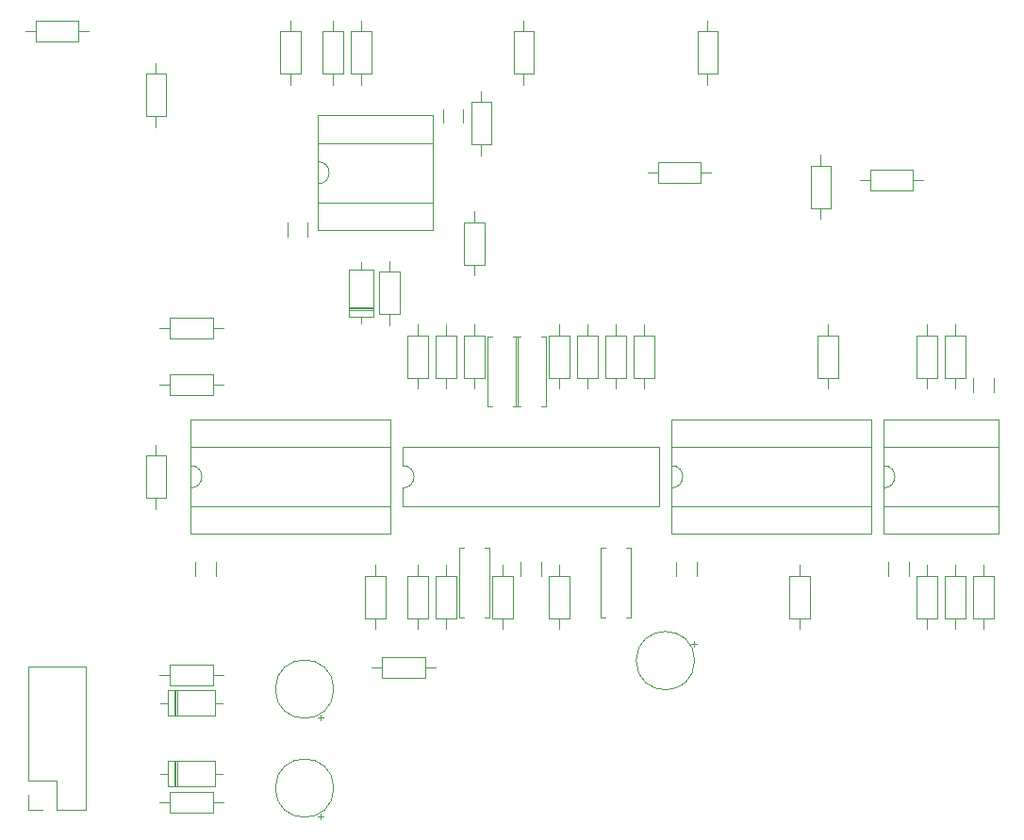
<source format=gbo>
G04 #@! TF.GenerationSoftware,KiCad,Pcbnew,5.1.12-1.fc34*
G04 #@! TF.CreationDate,2022-01-17T20:57:28+01:00*
G04 #@! TF.ProjectId,vcf,7663662e-6b69-4636-9164-5f7063625858,rev?*
G04 #@! TF.SameCoordinates,Original*
G04 #@! TF.FileFunction,Legend,Bot*
G04 #@! TF.FilePolarity,Positive*
%FSLAX46Y46*%
G04 Gerber Fmt 4.6, Leading zero omitted, Abs format (unit mm)*
G04 Created by KiCad (PCBNEW 5.1.12-1.fc34) date 2022-01-17 20:57:28*
%MOMM*%
%LPD*%
G01*
G04 APERTURE LIST*
%ADD10C,0.120000*%
%ADD11O,1.400000X1.400000*%
%ADD12C,1.400000*%
%ADD13O,1.700000X1.700000*%
%ADD14R,1.700000X1.700000*%
%ADD15O,1.600000X1.600000*%
%ADD16R,1.600000X1.600000*%
%ADD17C,4.000000*%
%ADD18C,1.800000*%
%ADD19C,1.440000*%
%ADD20C,2.130000*%
%ADD21R,1.930000X1.830000*%
%ADD22C,1.600000*%
G04 APERTURE END LIST*
D10*
X76550000Y-87615000D02*
X78390000Y-87615000D01*
X78390000Y-87615000D02*
X78390000Y-91455000D01*
X78390000Y-91455000D02*
X76550000Y-91455000D01*
X76550000Y-91455000D02*
X76550000Y-87615000D01*
X77470000Y-86665000D02*
X77470000Y-87615000D01*
X77470000Y-92405000D02*
X77470000Y-91455000D01*
X45025000Y-123130000D02*
X50225000Y-123130000D01*
X45025000Y-133350000D02*
X45025000Y-123130000D01*
X50225000Y-135950000D02*
X50225000Y-123130000D01*
X45025000Y-133350000D02*
X47625000Y-133350000D01*
X47625000Y-133350000D02*
X47625000Y-135950000D01*
X47625000Y-135950000D02*
X50225000Y-135950000D01*
X45025000Y-134620000D02*
X45025000Y-135950000D01*
X45025000Y-135950000D02*
X46355000Y-135950000D01*
X102810000Y-105045000D02*
X102810000Y-103395000D01*
X102810000Y-103395000D02*
X120710000Y-103395000D01*
X120710000Y-103395000D02*
X120710000Y-108695000D01*
X120710000Y-108695000D02*
X102810000Y-108695000D01*
X102810000Y-108695000D02*
X102810000Y-107045000D01*
X102750000Y-100905000D02*
X120770000Y-100905000D01*
X120770000Y-100905000D02*
X120770000Y-111185000D01*
X120770000Y-111185000D02*
X102750000Y-111185000D01*
X102750000Y-111185000D02*
X102750000Y-100905000D01*
X102810000Y-107045000D02*
G75*
G03*
X102810000Y-105045000I0J1000000D01*
G01*
X59630000Y-105045000D02*
X59630000Y-103395000D01*
X59630000Y-103395000D02*
X77530000Y-103395000D01*
X77530000Y-103395000D02*
X77530000Y-108695000D01*
X77530000Y-108695000D02*
X59630000Y-108695000D01*
X59630000Y-108695000D02*
X59630000Y-107045000D01*
X59570000Y-100905000D02*
X77590000Y-100905000D01*
X77590000Y-100905000D02*
X77590000Y-111185000D01*
X77590000Y-111185000D02*
X59570000Y-111185000D01*
X59570000Y-111185000D02*
X59570000Y-100905000D01*
X59630000Y-107045000D02*
G75*
G03*
X59630000Y-105045000I0J1000000D01*
G01*
X78680000Y-105045000D02*
X78680000Y-103395000D01*
X78680000Y-103395000D02*
X101660000Y-103395000D01*
X101660000Y-103395000D02*
X101660000Y-108695000D01*
X101660000Y-108695000D02*
X78680000Y-108695000D01*
X78680000Y-108695000D02*
X78680000Y-107045000D01*
X78680000Y-107045000D02*
G75*
G03*
X78680000Y-105045000I0J1000000D01*
G01*
X121860000Y-105045000D02*
X121860000Y-103395000D01*
X121860000Y-103395000D02*
X132140000Y-103395000D01*
X132140000Y-103395000D02*
X132140000Y-108695000D01*
X132140000Y-108695000D02*
X121860000Y-108695000D01*
X121860000Y-108695000D02*
X121860000Y-107045000D01*
X121800000Y-100905000D02*
X132200000Y-100905000D01*
X132200000Y-100905000D02*
X132200000Y-111185000D01*
X132200000Y-111185000D02*
X121800000Y-111185000D01*
X121800000Y-111185000D02*
X121800000Y-100905000D01*
X121860000Y-107045000D02*
G75*
G03*
X121860000Y-105045000I0J1000000D01*
G01*
X71060000Y-77740000D02*
X71060000Y-76090000D01*
X71060000Y-76090000D02*
X81340000Y-76090000D01*
X81340000Y-76090000D02*
X81340000Y-81390000D01*
X81340000Y-81390000D02*
X71060000Y-81390000D01*
X71060000Y-81390000D02*
X71060000Y-79740000D01*
X71000000Y-73600000D02*
X81400000Y-73600000D01*
X81400000Y-73600000D02*
X81400000Y-83880000D01*
X81400000Y-83880000D02*
X71000000Y-83880000D01*
X71000000Y-83880000D02*
X71000000Y-73600000D01*
X71060000Y-79740000D02*
G75*
G03*
X71060000Y-77740000I0J1000000D01*
G01*
X115220000Y-118760000D02*
X113380000Y-118760000D01*
X113380000Y-118760000D02*
X113380000Y-114920000D01*
X113380000Y-114920000D02*
X115220000Y-114920000D01*
X115220000Y-114920000D02*
X115220000Y-118760000D01*
X114300000Y-119710000D02*
X114300000Y-118760000D01*
X114300000Y-113970000D02*
X114300000Y-114920000D01*
X124810000Y-114920000D02*
X126650000Y-114920000D01*
X126650000Y-114920000D02*
X126650000Y-118760000D01*
X126650000Y-118760000D02*
X124810000Y-118760000D01*
X124810000Y-118760000D02*
X124810000Y-114920000D01*
X125730000Y-113970000D02*
X125730000Y-114920000D01*
X125730000Y-119710000D02*
X125730000Y-118760000D01*
X127350000Y-114920000D02*
X129190000Y-114920000D01*
X129190000Y-114920000D02*
X129190000Y-118760000D01*
X129190000Y-118760000D02*
X127350000Y-118760000D01*
X127350000Y-118760000D02*
X127350000Y-114920000D01*
X128270000Y-113970000D02*
X128270000Y-114920000D01*
X128270000Y-119710000D02*
X128270000Y-118760000D01*
X124475000Y-78455000D02*
X124475000Y-80295000D01*
X124475000Y-80295000D02*
X120635000Y-80295000D01*
X120635000Y-80295000D02*
X120635000Y-78455000D01*
X120635000Y-78455000D02*
X124475000Y-78455000D01*
X125425000Y-79375000D02*
X124475000Y-79375000D01*
X119685000Y-79375000D02*
X120635000Y-79375000D01*
X86645000Y-76215000D02*
X84805000Y-76215000D01*
X84805000Y-76215000D02*
X84805000Y-72375000D01*
X84805000Y-72375000D02*
X86645000Y-72375000D01*
X86645000Y-72375000D02*
X86645000Y-76215000D01*
X85725000Y-77165000D02*
X85725000Y-76215000D01*
X85725000Y-71425000D02*
X85725000Y-72375000D01*
X131730000Y-118760000D02*
X129890000Y-118760000D01*
X129890000Y-118760000D02*
X129890000Y-114920000D01*
X129890000Y-114920000D02*
X131730000Y-114920000D01*
X131730000Y-114920000D02*
X131730000Y-118760000D01*
X130810000Y-119710000D02*
X130810000Y-118760000D01*
X130810000Y-113970000D02*
X130810000Y-114920000D01*
X117760000Y-97170000D02*
X115920000Y-97170000D01*
X115920000Y-97170000D02*
X115920000Y-93330000D01*
X115920000Y-93330000D02*
X117760000Y-93330000D01*
X117760000Y-93330000D02*
X117760000Y-97170000D01*
X116840000Y-98120000D02*
X116840000Y-97170000D01*
X116840000Y-92380000D02*
X116840000Y-93330000D01*
X98710000Y-97170000D02*
X96870000Y-97170000D01*
X96870000Y-97170000D02*
X96870000Y-93330000D01*
X96870000Y-93330000D02*
X98710000Y-93330000D01*
X98710000Y-93330000D02*
X98710000Y-97170000D01*
X97790000Y-98120000D02*
X97790000Y-97170000D01*
X97790000Y-92380000D02*
X97790000Y-93330000D01*
X57770000Y-124745000D02*
X57770000Y-122905000D01*
X57770000Y-122905000D02*
X61610000Y-122905000D01*
X61610000Y-122905000D02*
X61610000Y-124745000D01*
X61610000Y-124745000D02*
X57770000Y-124745000D01*
X56820000Y-123825000D02*
X57770000Y-123825000D01*
X62560000Y-123825000D02*
X61610000Y-123825000D01*
X57770000Y-136175000D02*
X57770000Y-134335000D01*
X57770000Y-134335000D02*
X61610000Y-134335000D01*
X61610000Y-134335000D02*
X61610000Y-136175000D01*
X61610000Y-136175000D02*
X57770000Y-136175000D01*
X56820000Y-135255000D02*
X57770000Y-135255000D01*
X62560000Y-135255000D02*
X61610000Y-135255000D01*
X79090000Y-114920000D02*
X80930000Y-114920000D01*
X80930000Y-114920000D02*
X80930000Y-118760000D01*
X80930000Y-118760000D02*
X79090000Y-118760000D01*
X79090000Y-118760000D02*
X79090000Y-114920000D01*
X80010000Y-113970000D02*
X80010000Y-114920000D01*
X80010000Y-119710000D02*
X80010000Y-118760000D01*
X93630000Y-118760000D02*
X91790000Y-118760000D01*
X91790000Y-118760000D02*
X91790000Y-114920000D01*
X91790000Y-114920000D02*
X93630000Y-114920000D01*
X93630000Y-114920000D02*
X93630000Y-118760000D01*
X92710000Y-119710000D02*
X92710000Y-118760000D01*
X92710000Y-113970000D02*
X92710000Y-114920000D01*
X76820000Y-124110000D02*
X76820000Y-122270000D01*
X76820000Y-122270000D02*
X80660000Y-122270000D01*
X80660000Y-122270000D02*
X80660000Y-124110000D01*
X80660000Y-124110000D02*
X76820000Y-124110000D01*
X75870000Y-123190000D02*
X76820000Y-123190000D01*
X81610000Y-123190000D02*
X80660000Y-123190000D01*
X75280000Y-114920000D02*
X77120000Y-114920000D01*
X77120000Y-114920000D02*
X77120000Y-118760000D01*
X77120000Y-118760000D02*
X75280000Y-118760000D01*
X75280000Y-118760000D02*
X75280000Y-114920000D01*
X76200000Y-113970000D02*
X76200000Y-114920000D01*
X76200000Y-119710000D02*
X76200000Y-118760000D01*
X88550000Y-118760000D02*
X86710000Y-118760000D01*
X86710000Y-118760000D02*
X86710000Y-114920000D01*
X86710000Y-114920000D02*
X88550000Y-114920000D01*
X88550000Y-114920000D02*
X88550000Y-118760000D01*
X87630000Y-119710000D02*
X87630000Y-118760000D01*
X87630000Y-113970000D02*
X87630000Y-114920000D01*
X101585000Y-79660000D02*
X101585000Y-77820000D01*
X101585000Y-77820000D02*
X105425000Y-77820000D01*
X105425000Y-77820000D02*
X105425000Y-79660000D01*
X105425000Y-79660000D02*
X101585000Y-79660000D01*
X100635000Y-78740000D02*
X101585000Y-78740000D01*
X106375000Y-78740000D02*
X105425000Y-78740000D01*
X81630000Y-114920000D02*
X83470000Y-114920000D01*
X83470000Y-114920000D02*
X83470000Y-118760000D01*
X83470000Y-118760000D02*
X81630000Y-118760000D01*
X81630000Y-118760000D02*
X81630000Y-114920000D01*
X82550000Y-113970000D02*
X82550000Y-114920000D01*
X82550000Y-119710000D02*
X82550000Y-118760000D01*
X93630000Y-97170000D02*
X91790000Y-97170000D01*
X91790000Y-97170000D02*
X91790000Y-93330000D01*
X91790000Y-93330000D02*
X93630000Y-93330000D01*
X93630000Y-93330000D02*
X93630000Y-97170000D01*
X92710000Y-98120000D02*
X92710000Y-97170000D01*
X92710000Y-92380000D02*
X92710000Y-93330000D01*
X86010000Y-97170000D02*
X84170000Y-97170000D01*
X84170000Y-97170000D02*
X84170000Y-93330000D01*
X84170000Y-93330000D02*
X86010000Y-93330000D01*
X86010000Y-93330000D02*
X86010000Y-97170000D01*
X85090000Y-98120000D02*
X85090000Y-97170000D01*
X85090000Y-92380000D02*
X85090000Y-93330000D01*
X86010000Y-87010000D02*
X84170000Y-87010000D01*
X84170000Y-87010000D02*
X84170000Y-83170000D01*
X84170000Y-83170000D02*
X86010000Y-83170000D01*
X86010000Y-83170000D02*
X86010000Y-87010000D01*
X85090000Y-87960000D02*
X85090000Y-87010000D01*
X85090000Y-82220000D02*
X85090000Y-83170000D01*
X81630000Y-93330000D02*
X83470000Y-93330000D01*
X83470000Y-93330000D02*
X83470000Y-97170000D01*
X83470000Y-97170000D02*
X81630000Y-97170000D01*
X81630000Y-97170000D02*
X81630000Y-93330000D01*
X82550000Y-92380000D02*
X82550000Y-93330000D01*
X82550000Y-98120000D02*
X82550000Y-97170000D01*
X94330000Y-93330000D02*
X96170000Y-93330000D01*
X96170000Y-93330000D02*
X96170000Y-97170000D01*
X96170000Y-97170000D02*
X94330000Y-97170000D01*
X94330000Y-97170000D02*
X94330000Y-93330000D01*
X95250000Y-92380000D02*
X95250000Y-93330000D01*
X95250000Y-98120000D02*
X95250000Y-97170000D01*
X61610000Y-96870000D02*
X61610000Y-98710000D01*
X61610000Y-98710000D02*
X57770000Y-98710000D01*
X57770000Y-98710000D02*
X57770000Y-96870000D01*
X57770000Y-96870000D02*
X61610000Y-96870000D01*
X62560000Y-97790000D02*
X61610000Y-97790000D01*
X56820000Y-97790000D02*
X57770000Y-97790000D01*
X79090000Y-93330000D02*
X80930000Y-93330000D01*
X80930000Y-93330000D02*
X80930000Y-97170000D01*
X80930000Y-97170000D02*
X79090000Y-97170000D01*
X79090000Y-97170000D02*
X79090000Y-93330000D01*
X80010000Y-92380000D02*
X80010000Y-93330000D01*
X80010000Y-98120000D02*
X80010000Y-97170000D01*
X67660000Y-66025000D02*
X69500000Y-66025000D01*
X69500000Y-66025000D02*
X69500000Y-69865000D01*
X69500000Y-69865000D02*
X67660000Y-69865000D01*
X67660000Y-69865000D02*
X67660000Y-66025000D01*
X68580000Y-65075000D02*
X68580000Y-66025000D01*
X68580000Y-70815000D02*
X68580000Y-69865000D01*
X73310000Y-69865000D02*
X71470000Y-69865000D01*
X71470000Y-69865000D02*
X71470000Y-66025000D01*
X71470000Y-66025000D02*
X73310000Y-66025000D01*
X73310000Y-66025000D02*
X73310000Y-69865000D01*
X72390000Y-70815000D02*
X72390000Y-69865000D01*
X72390000Y-65075000D02*
X72390000Y-66025000D01*
X126650000Y-97170000D02*
X124810000Y-97170000D01*
X124810000Y-97170000D02*
X124810000Y-93330000D01*
X124810000Y-93330000D02*
X126650000Y-93330000D01*
X126650000Y-93330000D02*
X126650000Y-97170000D01*
X125730000Y-98120000D02*
X125730000Y-97170000D01*
X125730000Y-92380000D02*
X125730000Y-93330000D01*
X75850000Y-69865000D02*
X74010000Y-69865000D01*
X74010000Y-69865000D02*
X74010000Y-66025000D01*
X74010000Y-66025000D02*
X75850000Y-66025000D01*
X75850000Y-66025000D02*
X75850000Y-69865000D01*
X74930000Y-70815000D02*
X74930000Y-69865000D01*
X74930000Y-65075000D02*
X74930000Y-66025000D01*
X129190000Y-97170000D02*
X127350000Y-97170000D01*
X127350000Y-97170000D02*
X127350000Y-93330000D01*
X127350000Y-93330000D02*
X129190000Y-93330000D01*
X129190000Y-93330000D02*
X129190000Y-97170000D01*
X128270000Y-98120000D02*
X128270000Y-97170000D01*
X128270000Y-92380000D02*
X128270000Y-93330000D01*
X105125000Y-66025000D02*
X106965000Y-66025000D01*
X106965000Y-66025000D02*
X106965000Y-69865000D01*
X106965000Y-69865000D02*
X105125000Y-69865000D01*
X105125000Y-69865000D02*
X105125000Y-66025000D01*
X106045000Y-65075000D02*
X106045000Y-66025000D01*
X106045000Y-70815000D02*
X106045000Y-69865000D01*
X115285000Y-78090000D02*
X117125000Y-78090000D01*
X117125000Y-78090000D02*
X117125000Y-81930000D01*
X117125000Y-81930000D02*
X115285000Y-81930000D01*
X115285000Y-81930000D02*
X115285000Y-78090000D01*
X116205000Y-77140000D02*
X116205000Y-78090000D01*
X116205000Y-82880000D02*
X116205000Y-81930000D01*
X88615000Y-66025000D02*
X90455000Y-66025000D01*
X90455000Y-66025000D02*
X90455000Y-69865000D01*
X90455000Y-69865000D02*
X88615000Y-69865000D01*
X88615000Y-69865000D02*
X88615000Y-66025000D01*
X89535000Y-65075000D02*
X89535000Y-66025000D01*
X89535000Y-70815000D02*
X89535000Y-69865000D01*
X99410000Y-93330000D02*
X101250000Y-93330000D01*
X101250000Y-93330000D02*
X101250000Y-97170000D01*
X101250000Y-97170000D02*
X99410000Y-97170000D01*
X99410000Y-97170000D02*
X99410000Y-93330000D01*
X100330000Y-92380000D02*
X100330000Y-93330000D01*
X100330000Y-98120000D02*
X100330000Y-97170000D01*
X57435000Y-73675000D02*
X55595000Y-73675000D01*
X55595000Y-73675000D02*
X55595000Y-69835000D01*
X55595000Y-69835000D02*
X57435000Y-69835000D01*
X57435000Y-69835000D02*
X57435000Y-73675000D01*
X56515000Y-74625000D02*
X56515000Y-73675000D01*
X56515000Y-68885000D02*
X56515000Y-69835000D01*
X57770000Y-93630000D02*
X57770000Y-91790000D01*
X57770000Y-91790000D02*
X61610000Y-91790000D01*
X61610000Y-91790000D02*
X61610000Y-93630000D01*
X61610000Y-93630000D02*
X57770000Y-93630000D01*
X56820000Y-92710000D02*
X57770000Y-92710000D01*
X62560000Y-92710000D02*
X61610000Y-92710000D01*
X57435000Y-107965000D02*
X55595000Y-107965000D01*
X55595000Y-107965000D02*
X55595000Y-104125000D01*
X55595000Y-104125000D02*
X57435000Y-104125000D01*
X57435000Y-104125000D02*
X57435000Y-107965000D01*
X56515000Y-108915000D02*
X56515000Y-107965000D01*
X56515000Y-103175000D02*
X56515000Y-104125000D01*
X45705000Y-66960000D02*
X45705000Y-65120000D01*
X45705000Y-65120000D02*
X49545000Y-65120000D01*
X49545000Y-65120000D02*
X49545000Y-66960000D01*
X49545000Y-66960000D02*
X45705000Y-66960000D01*
X44755000Y-66040000D02*
X45705000Y-66040000D01*
X50495000Y-66040000D02*
X49545000Y-66040000D01*
X76050000Y-91655000D02*
X73810000Y-91655000D01*
X73810000Y-91655000D02*
X73810000Y-87415000D01*
X73810000Y-87415000D02*
X76050000Y-87415000D01*
X76050000Y-87415000D02*
X76050000Y-91655000D01*
X74930000Y-92305000D02*
X74930000Y-91655000D01*
X74930000Y-86765000D02*
X74930000Y-87415000D01*
X76050000Y-90935000D02*
X73810000Y-90935000D01*
X76050000Y-90815000D02*
X73810000Y-90815000D01*
X76050000Y-91055000D02*
X73810000Y-91055000D01*
X57570000Y-127485000D02*
X57570000Y-125245000D01*
X57570000Y-125245000D02*
X61810000Y-125245000D01*
X61810000Y-125245000D02*
X61810000Y-127485000D01*
X61810000Y-127485000D02*
X57570000Y-127485000D01*
X56920000Y-126365000D02*
X57570000Y-126365000D01*
X62460000Y-126365000D02*
X61810000Y-126365000D01*
X58290000Y-127485000D02*
X58290000Y-125245000D01*
X58410000Y-127485000D02*
X58410000Y-125245000D01*
X58170000Y-127485000D02*
X58170000Y-125245000D01*
X57570000Y-133835000D02*
X57570000Y-131595000D01*
X57570000Y-131595000D02*
X61810000Y-131595000D01*
X61810000Y-131595000D02*
X61810000Y-133835000D01*
X61810000Y-133835000D02*
X57570000Y-133835000D01*
X56920000Y-132715000D02*
X57570000Y-132715000D01*
X62460000Y-132715000D02*
X61810000Y-132715000D01*
X58290000Y-133835000D02*
X58290000Y-131595000D01*
X58410000Y-133835000D02*
X58410000Y-131595000D01*
X58170000Y-133835000D02*
X58170000Y-131595000D01*
X104875000Y-122555000D02*
G75*
G03*
X104875000Y-122555000I-2620000J0D01*
G01*
X105059775Y-121080000D02*
X104559775Y-121080000D01*
X104809775Y-120830000D02*
X104809775Y-121330000D01*
X96420000Y-112410000D02*
X96420000Y-118650000D01*
X99160000Y-112410000D02*
X99160000Y-118650000D01*
X96420000Y-112410000D02*
X96865000Y-112410000D01*
X98715000Y-112410000D02*
X99160000Y-112410000D01*
X96420000Y-118650000D02*
X96865000Y-118650000D01*
X98715000Y-118650000D02*
X99160000Y-118650000D01*
X72470000Y-125115000D02*
G75*
G03*
X72470000Y-125115000I-2620000J0D01*
G01*
X71325000Y-127919775D02*
X71325000Y-127419775D01*
X71575000Y-127669775D02*
X71075000Y-127669775D01*
X72470000Y-134005000D02*
G75*
G03*
X72470000Y-134005000I-2620000J0D01*
G01*
X71325000Y-136809775D02*
X71325000Y-136309775D01*
X71575000Y-136559775D02*
X71075000Y-136559775D01*
X83720000Y-112410000D02*
X83720000Y-118650000D01*
X86460000Y-112410000D02*
X86460000Y-118650000D01*
X83720000Y-112410000D02*
X84165000Y-112410000D01*
X86015000Y-112410000D02*
X86460000Y-112410000D01*
X83720000Y-118650000D02*
X84165000Y-118650000D01*
X86015000Y-118650000D02*
X86460000Y-118650000D01*
X91090000Y-114949000D02*
X91090000Y-113691000D01*
X89250000Y-114949000D02*
X89250000Y-113691000D01*
X105060000Y-114949000D02*
X105060000Y-113691000D01*
X103220000Y-114949000D02*
X103220000Y-113691000D01*
X61880000Y-114949000D02*
X61880000Y-113691000D01*
X60040000Y-114949000D02*
X60040000Y-113691000D01*
X89000000Y-99680000D02*
X89000000Y-93440000D01*
X86260000Y-99680000D02*
X86260000Y-93440000D01*
X89000000Y-99680000D02*
X88555000Y-99680000D01*
X86705000Y-99680000D02*
X86260000Y-99680000D01*
X89000000Y-93440000D02*
X88555000Y-93440000D01*
X86705000Y-93440000D02*
X86260000Y-93440000D01*
X131730000Y-98439000D02*
X131730000Y-97181000D01*
X129890000Y-98439000D02*
X129890000Y-97181000D01*
X124110000Y-114949000D02*
X124110000Y-113691000D01*
X122270000Y-114949000D02*
X122270000Y-113691000D01*
X91540000Y-99680000D02*
X91540000Y-93440000D01*
X88800000Y-99680000D02*
X88800000Y-93440000D01*
X91540000Y-99680000D02*
X91095000Y-99680000D01*
X89245000Y-99680000D02*
X88800000Y-99680000D01*
X91540000Y-93440000D02*
X91095000Y-93440000D01*
X89245000Y-93440000D02*
X88800000Y-93440000D01*
X84105000Y-74269000D02*
X84105000Y-73011000D01*
X82265000Y-74269000D02*
X82265000Y-73011000D01*
X70135000Y-84469000D02*
X70135000Y-83211000D01*
X68295000Y-84469000D02*
X68295000Y-83211000D01*
%LPC*%
D11*
X77470000Y-93345000D03*
D12*
X77470000Y-85725000D03*
D13*
X48895000Y-124460000D03*
X46355000Y-124460000D03*
X48895000Y-127000000D03*
X46355000Y-127000000D03*
X48895000Y-129540000D03*
X46355000Y-129540000D03*
X48895000Y-132080000D03*
X46355000Y-132080000D03*
X48895000Y-134620000D03*
D14*
X46355000Y-134620000D03*
D15*
X104140000Y-109855000D03*
X119380000Y-102235000D03*
X106680000Y-109855000D03*
X116840000Y-102235000D03*
X109220000Y-109855000D03*
X114300000Y-102235000D03*
X111760000Y-109855000D03*
X111760000Y-102235000D03*
X114300000Y-109855000D03*
X109220000Y-102235000D03*
X116840000Y-109855000D03*
X106680000Y-102235000D03*
X119380000Y-109855000D03*
D16*
X104140000Y-102235000D03*
D15*
X60960000Y-109855000D03*
X76200000Y-102235000D03*
X63500000Y-109855000D03*
X73660000Y-102235000D03*
X66040000Y-109855000D03*
X71120000Y-102235000D03*
X68580000Y-109855000D03*
X68580000Y-102235000D03*
X71120000Y-109855000D03*
X66040000Y-102235000D03*
X73660000Y-109855000D03*
X63500000Y-102235000D03*
X76200000Y-109855000D03*
D16*
X60960000Y-102235000D03*
D15*
X80010000Y-109855000D03*
X100330000Y-102235000D03*
X82550000Y-109855000D03*
X97790000Y-102235000D03*
X85090000Y-109855000D03*
X95250000Y-102235000D03*
X87630000Y-109855000D03*
X92710000Y-102235000D03*
X90170000Y-109855000D03*
X90170000Y-102235000D03*
X92710000Y-109855000D03*
X87630000Y-102235000D03*
X95250000Y-109855000D03*
X85090000Y-102235000D03*
X97790000Y-109855000D03*
X82550000Y-102235000D03*
X100330000Y-109855000D03*
D16*
X80010000Y-102235000D03*
D15*
X123190000Y-109855000D03*
X130810000Y-102235000D03*
X125730000Y-109855000D03*
X128270000Y-102235000D03*
X128270000Y-109855000D03*
X125730000Y-102235000D03*
X130810000Y-109855000D03*
D16*
X123190000Y-102235000D03*
D15*
X72390000Y-82550000D03*
X80010000Y-74930000D03*
X74930000Y-82550000D03*
X77470000Y-74930000D03*
X77470000Y-82550000D03*
X74930000Y-74930000D03*
X80010000Y-82550000D03*
D16*
X72390000Y-74930000D03*
D17*
X114815000Y-138140000D03*
X114815000Y-128640000D03*
D18*
X107315000Y-135890000D03*
X107315000Y-133390000D03*
X107315000Y-130890000D03*
D19*
X130810000Y-81915000D03*
X130810000Y-79375000D03*
X130810000Y-76835000D03*
X78740000Y-132715000D03*
X78740000Y-130175000D03*
X78740000Y-127635000D03*
X111760000Y-81280000D03*
X111760000Y-78740000D03*
X111760000Y-76200000D03*
X60960000Y-81280000D03*
X60960000Y-78740000D03*
X60960000Y-76200000D03*
D17*
X116085000Y-59400000D03*
X116085000Y-49900000D03*
D18*
X108585000Y-57150000D03*
X108585000Y-54650000D03*
X108585000Y-52150000D03*
D17*
X99575000Y-59400000D03*
X99575000Y-49900000D03*
D18*
X92075000Y-57150000D03*
X92075000Y-54650000D03*
X92075000Y-52150000D03*
D17*
X83065000Y-59400000D03*
X83065000Y-49900000D03*
D18*
X75565000Y-57150000D03*
X75565000Y-54650000D03*
X75565000Y-52150000D03*
D17*
X45840000Y-70775000D03*
X45840000Y-80275000D03*
D18*
X53340000Y-73025000D03*
X53340000Y-75525000D03*
X53340000Y-78025000D03*
D17*
X45840000Y-87920000D03*
X45840000Y-97420000D03*
D18*
X53340000Y-90170000D03*
X53340000Y-92670000D03*
X53340000Y-95170000D03*
D17*
X45840000Y-105065000D03*
X45840000Y-114565000D03*
D18*
X53340000Y-107315000D03*
X53340000Y-109815000D03*
X53340000Y-112315000D03*
D11*
X114300000Y-113030000D03*
D12*
X114300000Y-120650000D03*
D11*
X125730000Y-120650000D03*
D12*
X125730000Y-113030000D03*
D11*
X122555000Y-83185000D03*
D12*
X122555000Y-75565000D03*
D11*
X128270000Y-120650000D03*
D12*
X128270000Y-113030000D03*
D11*
X80010000Y-88265000D03*
D12*
X72390000Y-88265000D03*
D11*
X118745000Y-79375000D03*
D12*
X126365000Y-79375000D03*
D11*
X85725000Y-70485000D03*
D12*
X85725000Y-78105000D03*
D11*
X130810000Y-113030000D03*
D12*
X130810000Y-120650000D03*
D11*
X116840000Y-91440000D03*
D12*
X116840000Y-99060000D03*
D11*
X97790000Y-91440000D03*
D12*
X97790000Y-99060000D03*
D11*
X63500000Y-123825000D03*
D12*
X55880000Y-123825000D03*
D11*
X63500000Y-135255000D03*
D12*
X55880000Y-135255000D03*
D11*
X80010000Y-120650000D03*
D12*
X80010000Y-113030000D03*
D11*
X92710000Y-113030000D03*
D12*
X92710000Y-120650000D03*
D11*
X82550000Y-123190000D03*
D12*
X74930000Y-123190000D03*
D11*
X76200000Y-120650000D03*
D12*
X76200000Y-113030000D03*
D11*
X87630000Y-113030000D03*
D12*
X87630000Y-120650000D03*
D11*
X107315000Y-78740000D03*
D12*
X99695000Y-78740000D03*
D11*
X82550000Y-120650000D03*
D12*
X82550000Y-113030000D03*
D11*
X92710000Y-91440000D03*
D12*
X92710000Y-99060000D03*
D11*
X85090000Y-91440000D03*
D12*
X85090000Y-99060000D03*
D11*
X85090000Y-81280000D03*
D12*
X85090000Y-88900000D03*
D11*
X82550000Y-99060000D03*
D12*
X82550000Y-91440000D03*
D11*
X95250000Y-99060000D03*
D12*
X95250000Y-91440000D03*
D11*
X55880000Y-97790000D03*
D12*
X63500000Y-97790000D03*
D11*
X80010000Y-99060000D03*
D12*
X80010000Y-91440000D03*
D11*
X68580000Y-71755000D03*
D12*
X68580000Y-64135000D03*
D11*
X72390000Y-64135000D03*
D12*
X72390000Y-71755000D03*
D11*
X125730000Y-91440000D03*
D12*
X125730000Y-99060000D03*
D11*
X74930000Y-64135000D03*
D12*
X74930000Y-71755000D03*
D11*
X128270000Y-91440000D03*
D12*
X128270000Y-99060000D03*
D11*
X106045000Y-71755000D03*
D12*
X106045000Y-64135000D03*
D11*
X116205000Y-83820000D03*
D12*
X116205000Y-76200000D03*
D11*
X89535000Y-71755000D03*
D12*
X89535000Y-64135000D03*
D11*
X100330000Y-99060000D03*
D12*
X100330000Y-91440000D03*
D11*
X56515000Y-67945000D03*
D12*
X56515000Y-75565000D03*
D11*
X63500000Y-92710000D03*
D12*
X55880000Y-92710000D03*
D11*
X56515000Y-102235000D03*
D12*
X56515000Y-109855000D03*
D11*
X51435000Y-66040000D03*
D12*
X43815000Y-66040000D03*
D20*
X128905000Y-138400000D03*
D21*
X128905000Y-127000000D03*
D20*
X128905000Y-130100000D03*
X128905000Y-49560000D03*
D21*
X128905000Y-60960000D03*
D20*
X128905000Y-57860000D03*
X67310000Y-49560000D03*
D21*
X67310000Y-60960000D03*
D20*
X67310000Y-57860000D03*
X56515000Y-49560000D03*
D21*
X56515000Y-60960000D03*
D20*
X56515000Y-57860000D03*
X45720000Y-49560000D03*
D21*
X45720000Y-60960000D03*
D20*
X45720000Y-57860000D03*
D15*
X74930000Y-85725000D03*
D16*
X74930000Y-93345000D03*
D15*
X63500000Y-126365000D03*
D16*
X55880000Y-126365000D03*
D15*
X63500000Y-132715000D03*
D16*
X55880000Y-132715000D03*
D22*
X101005000Y-122555000D03*
D16*
X103505000Y-122555000D03*
D22*
X97790000Y-118030000D03*
X97790000Y-113030000D03*
X69850000Y-123865000D03*
D16*
X69850000Y-126365000D03*
D22*
X69850000Y-132755000D03*
D16*
X69850000Y-135255000D03*
D22*
X85090000Y-118030000D03*
X85090000Y-113030000D03*
X90170000Y-113070000D03*
X90170000Y-115570000D03*
X104140000Y-113070000D03*
X104140000Y-115570000D03*
X60960000Y-113070000D03*
X60960000Y-115570000D03*
X87630000Y-94060000D03*
X87630000Y-99060000D03*
X130810000Y-96560000D03*
X130810000Y-99060000D03*
X123190000Y-113070000D03*
X123190000Y-115570000D03*
X90170000Y-94060000D03*
X90170000Y-99060000D03*
X83185000Y-72390000D03*
X83185000Y-74890000D03*
X69215000Y-82590000D03*
X69215000Y-85090000D03*
M02*

</source>
